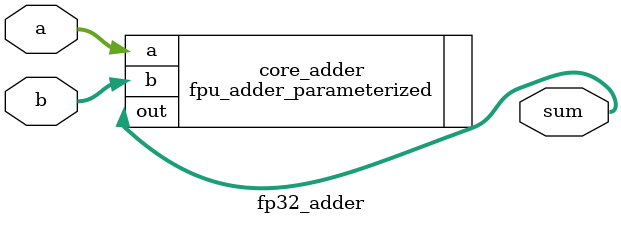
<source format=v>
`timescale 1ns/1ps
`include "../common/fpu_adder_parameterized.v"


module fp32_adder (
    input  [31:0] a,
    input  [31:0] b,
    output [31:0] sum
);

//----------------------------------------------------------------------
// Local Parameters for FP32 Format
//----------------------------------------------------------------------
localparam TOTAL_WIDTH = 32;
localparam EXP_WIDTH   = 8;
localparam MANT_WIDTH  = 23;

//----------------------------------------------------------------------
// Parameterized FPU Adder Instantiation
//----------------------------------------------------------------------
fpu_adder_parameterized #(
    .TOTAL_WIDTH (TOTAL_WIDTH),
    .EXP_WIDTH   (EXP_WIDTH),
    .MANT_WIDTH  (MANT_WIDTH)
) core_adder (
    .a   (a),
    .b   (b),
    .out (sum)
);

endmodule
</source>
